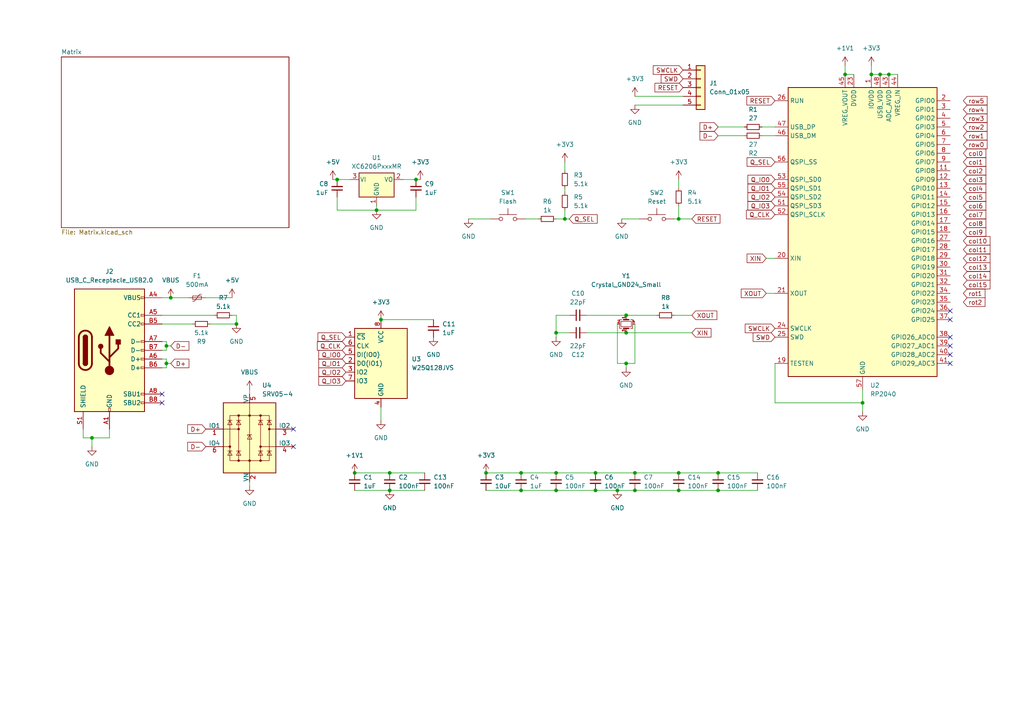
<source format=kicad_sch>
(kicad_sch (version 20230121) (generator eeschema)
  (paper "A4")
  (lib_symbols
    (symbol "Connector:USB_C_Receptacle_USB2.0" (pin_names (offset 1.016))
      (property "Reference" "J" (at -10.16 19.05 0))
      (property "Value" "USB_C_Receptacle_USB2.0" (at 19.05 19.05 0))
      (symbol "USB_C_Receptacle_USB2.0_0_0"
        (rectangle (start -0.254 -17.78) (end 0.254 -16.764))
        (rectangle (start 10.16 -14.986) (end 9.144 -15.494))
        (rectangle (start 10.16 -12.446) (end 9.144 -12.954))
        (rectangle (start 10.16 -4.826) (end 9.144 -5.334))
        (rectangle (start 10.16 -2.286) (end 9.144 -2.794))
        (rectangle (start 10.16 0.254) (end 9.144 -0.254))
        (rectangle (start 10.16 2.794) (end 9.144 2.286))
        (rectangle (start 10.16 7.874) (end 9.144 7.366))
        (rectangle (start 10.16 10.414) (end 9.144 9.906))
        (rectangle (start 10.16 15.494) (end 9.144 14.986))
      )
      (symbol "USB_C_Receptacle_USB2.0_0_1"
        (rectangle (start -10.16 17.78) (end 10.16 -17.78) (stroke (width 0.254)) (fill (type background)))
        (arc (start -8.89 -3.81) (mid -6.985 -5.7067) (end -5.08 -3.81) (stroke (width 0.508)))
        (arc (start -7.62 -3.81) (mid -6.985 -4.4423) (end -6.35 -3.81) (stroke (width 0.254)))
        (arc (start -7.62 -3.81) (mid -6.985 -4.4423) (end -6.35 -3.81) (stroke (width 0.254)) (fill (type outline)))
        (rectangle (start -7.62 -3.81) (end -6.35 3.81) (stroke (width 0.254)) (fill (type outline)))
        (arc (start -6.35 3.81) (mid -6.985 4.4423) (end -7.62 3.81) (stroke (width 0.254)))
        (arc (start -6.35 3.81) (mid -6.985 4.4423) (end -7.62 3.81) (stroke (width 0.254)) (fill (type outline)))
        (arc (start -5.08 3.81) (mid -6.985 5.7067) (end -8.89 3.81) (stroke (width 0.508)))
        (circle (center -2.54 1.143) (radius 0.635) (stroke (width 0.254)) (fill (type outline)))
        (circle (center 0 -5.842) (radius 1.27) (fill (type outline)))
        (polyline (pts (xy -8.89 -3.81) (xy -8.89 3.81)) (stroke (width 0.508)))
        (polyline (pts (xy -5.08 3.81) (xy -5.08 -3.81)) (stroke (width 0.508)))
        (polyline (pts (xy 0 -5.842) (xy 0 4.318)) (stroke (width 0.508)))
        (polyline (pts (xy 0 -3.302) (xy -2.54 -0.762) (xy -2.54 0.508)) (stroke (width 0.508)))
        (polyline (pts (xy 0 -2.032) (xy 2.54 0.508) (xy 2.54 1.778)) (stroke (width 0.508)))
        (polyline (pts (xy -1.27 4.318) (xy 0 6.858) (xy 1.27 4.318) (xy -1.27 4.318)) (stroke (width 0.254)) (fill (type outline)))
        (rectangle (start 1.905 1.778) (end 3.175 3.048) (stroke (width 0.254)) (fill (type outline)))
      )
      (symbol "USB_C_Receptacle_USB2.0_1_1"
        (pin passive line (at 0 -22.86 90) (length 5.08) (name "GND") (number "A1"))
        (pin passive line (at 0 -22.86 90) (length 5.08) hide (name "GND") (number "A12"))
        (pin passive line (at 15.24 15.24 180) (length 5.08) (name "VBUS") (number "A4"))
        (pin bidirectional line (at 15.24 10.16 180) (length 5.08) (name "CC1") (number "A5"))
        (pin bidirectional line (at 15.24 -2.54 180) (length 5.08) (name "D+") (number "A6"))
        (pin bidirectional line (at 15.24 2.54 180) (length 5.08) (name "D-") (number "A7"))
        (pin bidirectional line (at 15.24 -12.7 180) (length 5.08) (name "SBU1") (number "A8"))
        (pin passive line (at 15.24 15.24 180) (length 5.08) hide (name "VBUS") (number "A9"))
        (pin passive line (at 0 -22.86 90) (length 5.08) hide (name "GND") (number "B1"))
        (pin passive line (at 0 -22.86 90) (length 5.08) hide (name "GND") (number "B12"))
        (pin passive line (at 15.24 15.24 180) (length 5.08) hide (name "VBUS") (number "B4"))
        (pin bidirectional line (at 15.24 7.62 180) (length 5.08) (name "CC2") (number "B5"))
        (pin bidirectional line (at 15.24 -5.08 180) (length 5.08) (name "D+") (number "B6"))
        (pin bidirectional line (at 15.24 0 180) (length 5.08) (name "D-") (number "B7"))
        (pin bidirectional line (at 15.24 -15.24 180) (length 5.08) (name "SBU2") (number "B8"))
        (pin passive line (at 15.24 15.24 180) (length 5.08) hide (name "VBUS") (number "B9"))
        (pin passive line (at -7.62 -22.86 90) (length 5.08) (name "SHIELD") (number "S1"))
      )
    )
    (symbol "Connector_Generic:Conn_01x05" (pin_names (offset 1.016) hide)
      (property "Reference" "J" (at 0 7.62 0))
      (property "Value" "Conn_01x05" (at 0 -7.62 0))
      (symbol "Conn_01x05_1_1"
        (rectangle (start -1.27 -4.953) (end 0 -5.207) (stroke (width 0.1524)))
        (rectangle (start -1.27 -2.413) (end 0 -2.667) (stroke (width 0.1524)))
        (rectangle (start -1.27 0.127) (end 0 -0.127) (stroke (width 0.1524)))
        (rectangle (start -1.27 2.667) (end 0 2.413) (stroke (width 0.1524)))
        (rectangle (start -1.27 5.207) (end 0 4.953) (stroke (width 0.1524)))
        (rectangle (start -1.27 6.35) (end 1.27 -6.35) (stroke (width 0.254)) (fill (type background)))
        (pin passive line (at -5.08 5.08 0) (length 3.81) (name "Pin_1") (number "1"))
        (pin passive line (at -5.08 2.54 0) (length 3.81) (name "Pin_2") (number "2"))
        (pin passive line (at -5.08 0 0) (length 3.81) (name "Pin_3") (number "3"))
        (pin passive line (at -5.08 -2.54 0) (length 3.81) (name "Pin_4") (number "4"))
        (pin passive line (at -5.08 -5.08 0) (length 3.81) (name "Pin_5") (number "5"))
      )
    )
    (symbol "Device:C_Small" (pin_numbers hide) (pin_names (offset 0.254) hide)
      (property "Reference" "C" (at 0.254 1.778 0))
      (property "Value" "C_Small" (at 0.254 -2.032 0))
      (symbol "C_Small_0_1"
        (polyline (pts (xy -1.524 -0.508) (xy 1.524 -0.508)) (stroke (width 0.3302)))
        (polyline (pts (xy -1.524 0.508) (xy 1.524 0.508)) (stroke (width 0.3048)))
      )
      (symbol "C_Small_1_1"
        (pin passive line (at 0 2.54 270) (length 2.032) (name "~") (number "1"))
        (pin passive line (at 0 -2.54 90) (length 2.032) (name "~") (number "2"))
      )
    )
    (symbol "Device:Crystal_GND24_Small" (pin_names (offset 1.016) hide)
      (property "Reference" "Y" (at 1.27 4.445 0))
      (property "Value" "Crystal_GND24_Small" (at 1.27 2.54 0))
      (symbol "Crystal_GND24_Small_0_1"
        (rectangle (start -0.762 -1.524) (end 0.762 1.524))
        (polyline (pts (xy -1.27 -0.762) (xy -1.27 0.762)) (stroke (width 0.381)))
        (polyline (pts (xy 1.27 -0.762) (xy 1.27 0.762)) (stroke (width 0.381)))
        (polyline (pts (xy -1.27 -1.27) (xy -1.27 -1.905) (xy 1.27 -1.905) (xy 1.27 -1.27)))
        (polyline (pts (xy -1.27 1.27) (xy -1.27 1.905) (xy 1.27 1.905) (xy 1.27 1.27)))
      )
      (symbol "Crystal_GND24_Small_1_1"
        (pin passive line (at -2.54 0 0) (length 1.27) (name "1") (number "1"))
        (pin passive line (at 0 -2.54 90) (length 0.635) (name "2") (number "2"))
        (pin passive line (at 2.54 0 180) (length 1.27) (name "3") (number "3"))
        (pin passive line (at 0 2.54 270) (length 0.635) (name "4") (number "4"))
      )
    )
    (symbol "Device:Polyfuse_Small" (pin_numbers hide) (pin_names (offset 0))
      (property "Reference" "F" (at -1.905 0 90))
      (property "Value" "Polyfuse_Small" (at 1.905 0 90))
      (symbol "Polyfuse_Small_0_1"
        (rectangle (start -0.508 1.27) (end 0.508 -1.27))
        (polyline (pts (xy 0 2.54) (xy 0 -2.54)))
        (polyline (pts (xy -1.016 1.27) (xy -1.016 0.762) (xy 1.016 -0.762) (xy 1.016 -1.27)))
      )
      (symbol "Polyfuse_Small_1_1"
        (pin passive line (at 0 2.54 270) (length 0.635) (name "~") (number "1"))
        (pin passive line (at 0 -2.54 90) (length 0.635) (name "~") (number "2"))
      )
    )
    (symbol "Device:R_Small" (pin_numbers hide) (pin_names (offset 0.254) hide)
      (property "Reference" "R" (at 0.762 0.508 0))
      (property "Value" "R_Small" (at 0.762 -1.016 0))
      (symbol "R_Small_0_1"
        (rectangle (start -0.762 1.778) (end 0.762 -1.778) (stroke (width 0.2032)))
      )
      (symbol "R_Small_1_1"
        (pin passive line (at 0 2.54 270) (length 0.762) (name "~") (number "1"))
        (pin passive line (at 0 -2.54 90) (length 0.762) (name "~") (number "2"))
      )
    )
    (symbol "MCU_RaspberryPi:RP2040"
      (property "Reference" "U" (at 17.78 45.72 0))
      (property "Value" "RP2040" (at 17.78 43.18 0))
      (symbol "RP2040_0_1"
        (rectangle (start -21.59 41.91) (end 21.59 -41.91) (stroke (width 0.254)) (fill (type background)))
      )
      (symbol "RP2040_1_1"
        (pin power_in line (at 2.54 45.72 270) (length 3.81) (name "IOVDD") (number "1"))
        (pin passive line (at 2.54 45.72 270) (length 3.81) hide (name "IOVDD") (number "10"))
        (pin bidirectional line (at 25.4 17.78 180) (length 3.81) (name "GPIO8") (number "11"))
        (pin bidirectional line (at 25.4 15.24 180) (length 3.81) (name "GPIO9") (number "12"))
        (pin bidirectional line (at 25.4 12.7 180) (length 3.81) (name "GPIO10") (number "13"))
        (pin bidirectional line (at 25.4 10.16 180) (length 3.81) (name "GPIO11") (number "14"))
        (pin bidirectional line (at 25.4 7.62 180) (length 3.81) (name "GPIO12") (number "15"))
        (pin bidirectional line (at 25.4 5.08 180) (length 3.81) (name "GPIO13") (number "16"))
        (pin bidirectional line (at 25.4 2.54 180) (length 3.81) (name "GPIO14") (number "17"))
        (pin bidirectional line (at 25.4 0 180) (length 3.81) (name "GPIO15") (number "18"))
        (pin input line (at -25.4 -38.1 0) (length 3.81) (name "TESTEN") (number "19"))
        (pin bidirectional line (at 25.4 38.1 180) (length 3.81) (name "GPIO0") (number "2"))
        (pin input line (at -25.4 -7.62 0) (length 3.81) (name "XIN") (number "20"))
        (pin passive line (at -25.4 -17.78 0) (length 3.81) (name "XOUT") (number "21"))
        (pin passive line (at 2.54 45.72 270) (length 3.81) hide (name "IOVDD") (number "22"))
        (pin power_in line (at -2.54 45.72 270) (length 3.81) (name "DVDD") (number "23"))
        (pin input line (at -25.4 -27.94 0) (length 3.81) (name "SWCLK") (number "24"))
        (pin bidirectional line (at -25.4 -30.48 0) (length 3.81) (name "SWD") (number "25"))
        (pin input line (at -25.4 38.1 0) (length 3.81) (name "RUN") (number "26"))
        (pin bidirectional line (at 25.4 -2.54 180) (length 3.81) (name "GPIO16") (number "27"))
        (pin bidirectional line (at 25.4 -5.08 180) (length 3.81) (name "GPIO17") (number "28"))
        (pin bidirectional line (at 25.4 -7.62 180) (length 3.81) (name "GPIO18") (number "29"))
        (pin bidirectional line (at 25.4 35.56 180) (length 3.81) (name "GPIO1") (number "3"))
        (pin bidirectional line (at 25.4 -10.16 180) (length 3.81) (name "GPIO19") (number "30"))
        (pin bidirectional line (at 25.4 -12.7 180) (length 3.81) (name "GPIO20") (number "31"))
        (pin bidirectional line (at 25.4 -15.24 180) (length 3.81) (name "GPIO21") (number "32"))
        (pin passive line (at 2.54 45.72 270) (length 3.81) hide (name "IOVDD") (number "33"))
        (pin bidirectional line (at 25.4 -17.78 180) (length 3.81) (name "GPIO22") (number "34"))
        (pin bidirectional line (at 25.4 -20.32 180) (length 3.81) (name "GPIO23") (number "35"))
        (pin bidirectional line (at 25.4 -22.86 180) (length 3.81) (name "GPIO24") (number "36"))
        (pin bidirectional line (at 25.4 -25.4 180) (length 3.81) (name "GPIO25") (number "37"))
        (pin bidirectional line (at 25.4 -30.48 180) (length 3.81) (name "GPIO26_ADC0") (number "38"))
        (pin bidirectional line (at 25.4 -33.02 180) (length 3.81) (name "GPIO27_ADC1") (number "39"))
        (pin bidirectional line (at 25.4 33.02 180) (length 3.81) (name "GPIO2") (number "4"))
        (pin bidirectional line (at 25.4 -35.56 180) (length 3.81) (name "GPIO28_ADC2") (number "40"))
        (pin bidirectional line (at 25.4 -38.1 180) (length 3.81) (name "GPIO29_ADC3") (number "41"))
        (pin passive line (at 2.54 45.72 270) (length 3.81) hide (name "IOVDD") (number "42"))
        (pin power_in line (at 7.62 45.72 270) (length 3.81) (name "ADC_AVDD") (number "43"))
        (pin power_in line (at 10.16 45.72 270) (length 3.81) (name "VREG_IN") (number "44"))
        (pin power_out line (at -5.08 45.72 270) (length 3.81) (name "VREG_VOUT") (number "45"))
        (pin bidirectional line (at -25.4 27.94 0) (length 3.81) (name "USB_DM") (number "46"))
        (pin bidirectional line (at -25.4 30.48 0) (length 3.81) (name "USB_DP") (number "47"))
        (pin power_in line (at 5.08 45.72 270) (length 3.81) (name "USB_VDD") (number "48"))
        (pin passive line (at 2.54 45.72 270) (length 3.81) hide (name "IOVDD") (number "49"))
        (pin bidirectional line (at 25.4 30.48 180) (length 3.81) (name "GPIO3") (number "5"))
        (pin passive line (at -2.54 45.72 270) (length 3.81) hide (name "DVDD") (number "50"))
        (pin bidirectional line (at -25.4 7.62 0) (length 3.81) (name "QSPI_SD3") (number "51"))
        (pin output line (at -25.4 5.08 0) (length 3.81) (name "QSPI_SCLK") (number "52"))
        (pin bidirectional line (at -25.4 15.24 0) (length 3.81) (name "QSPI_SD0") (number "53"))
        (pin bidirectional line (at -25.4 10.16 0) (length 3.81) (name "QSPI_SD2") (number "54"))
        (pin bidirectional line (at -25.4 12.7 0) (length 3.81) (name "QSPI_SD1") (number "55"))
        (pin bidirectional line (at -25.4 20.32 0) (length 3.81) (name "QSPI_SS") (number "56"))
        (pin power_in line (at 0 -45.72 90) (length 3.81) (name "GND") (number "57"))
        (pin bidirectional line (at 25.4 27.94 180) (length 3.81) (name "GPIO4") (number "6"))
        (pin bidirectional line (at 25.4 25.4 180) (length 3.81) (name "GPIO5") (number "7"))
        (pin bidirectional line (at 25.4 22.86 180) (length 3.81) (name "GPIO6") (number "8"))
        (pin bidirectional line (at 25.4 20.32 180) (length 3.81) (name "GPIO7") (number "9"))
      )
    )
    (symbol "Memory_Flash:W25Q128JVS"
      (property "Reference" "U" (at -8.89 8.89 0))
      (property "Value" "W25Q128JVS" (at 7.62 8.89 0))
      (symbol "W25Q128JVS_0_1"
        (rectangle (start -7.62 10.16) (end 7.62 -10.16) (stroke (width 0.254)) (fill (type background)))
      )
      (symbol "W25Q128JVS_1_1"
        (pin input line (at -10.16 7.62 0) (length 2.54) (name "~{CS}") (number "1"))
        (pin bidirectional line (at -10.16 0 0) (length 2.54) (name "DO(IO1)") (number "2"))
        (pin bidirectional line (at -10.16 -2.54 0) (length 2.54) (name "IO2") (number "3"))
        (pin power_in line (at 0 -12.7 90) (length 2.54) (name "GND") (number "4"))
        (pin bidirectional line (at -10.16 2.54 0) (length 2.54) (name "DI(IO0)") (number "5"))
        (pin input line (at -10.16 5.08 0) (length 2.54) (name "CLK") (number "6"))
        (pin bidirectional line (at -10.16 -5.08 0) (length 2.54) (name "IO3") (number "7"))
        (pin power_in line (at 0 12.7 270) (length 2.54) (name "VCC") (number "8"))
      )
    )
    (symbol "PCM_marbastlib-various:SRV05-4" (pin_names (offset 0))
      (property "Reference" "U" (at -5.08 11.43 0))
      (property "Value" "SRV05-4" (at 2.54 11.43 0))
      (symbol "SRV05-4_0_0"
        (rectangle (start -5.715 6.477) (end 5.715 -6.604))
        (polyline (pts (xy -3.175 -6.604) (xy -3.175 6.477)))
        (polyline (pts (xy 3.175 6.477) (xy 3.175 -6.604)))
      )
      (symbol "SRV05-4_0_1"
        (rectangle (start -7.62 10.16) (end 7.62 -10.16) (stroke (width 0.254)) (fill (type background)))
        (circle (center -5.715 -2.54) (radius 0.2794) (fill (type outline)))
        (circle (center -3.175 -6.604) (radius 0.2794) (fill (type outline)))
        (circle (center -3.175 2.54) (radius 0.2794) (fill (type outline)))
        (circle (center -3.175 6.477) (radius 0.2794) (fill (type outline)))
        (circle (center 0 -6.604) (radius 0.2794) (fill (type outline)))
        (polyline (pts (xy -7.747 2.54) (xy -3.175 2.54)))
        (polyline (pts (xy -7.62 -2.54) (xy -5.715 -2.54)))
        (polyline (pts (xy -5.08 -3.81) (xy -6.35 -3.81)))
        (polyline (pts (xy -5.08 5.08) (xy -6.35 5.08)))
        (polyline (pts (xy -2.54 -3.81) (xy -3.81 -3.81)))
        (polyline (pts (xy -2.54 5.08) (xy -3.81 5.08)))
        (polyline (pts (xy 0 10.16) (xy 0 -10.16)))
        (polyline (pts (xy 3.81 -3.81) (xy 2.54 -3.81)))
        (polyline (pts (xy 3.81 5.08) (xy 2.54 5.08)))
        (polyline (pts (xy 6.35 -3.81) (xy 5.08 -3.81)))
        (polyline (pts (xy 6.35 5.08) (xy 5.08 5.08)))
        (polyline (pts (xy 7.62 -2.54) (xy 3.175 -2.54)))
        (polyline (pts (xy 7.62 2.54) (xy 5.715 2.54)))
        (polyline (pts (xy 0.635 0.889) (xy -0.635 0.889) (xy -0.635 0.635)))
        (polyline (pts (xy -5.08 -5.08) (xy -6.35 -5.08) (xy -5.715 -3.81) (xy -5.08 -5.08)))
        (polyline (pts (xy -5.08 3.81) (xy -6.35 3.81) (xy -5.715 5.08) (xy -5.08 3.81)))
        (polyline (pts (xy -2.54 -5.08) (xy -3.81 -5.08) (xy -3.175 -3.81) (xy -2.54 -5.08)))
        (polyline (pts (xy -2.54 3.81) (xy -3.81 3.81) (xy -3.175 5.08) (xy -2.54 3.81)))
        (polyline (pts (xy 0.635 -0.381) (xy -0.635 -0.381) (xy 0 0.889) (xy 0.635 -0.381)))
        (polyline (pts (xy 3.81 -5.08) (xy 2.54 -5.08) (xy 3.175 -3.81) (xy 3.81 -5.08)))
        (polyline (pts (xy 3.81 3.81) (xy 2.54 3.81) (xy 3.175 5.08) (xy 3.81 3.81)))
        (polyline (pts (xy 6.35 -5.08) (xy 5.08 -5.08) (xy 5.715 -3.81) (xy 6.35 -5.08)))
        (polyline (pts (xy 6.35 3.81) (xy 5.08 3.81) (xy 5.715 5.08) (xy 6.35 3.81)))
        (circle (center 0 6.477) (radius 0.2794) (fill (type outline)))
        (circle (center 3.175 -6.604) (radius 0.2794) (fill (type outline)))
        (circle (center 3.175 -2.54) (radius 0.2794) (fill (type outline)))
        (circle (center 3.175 6.477) (radius 0.2794) (fill (type outline)))
        (circle (center 5.715 2.54) (radius 0.2794) (fill (type outline)))
      )
      (symbol "SRV05-4_1_1"
        (pin passive line (at -12.7 2.54 0) (length 5.08) (name "IO1") (number "1"))
        (pin passive line (at 0 -12.7 90) (length 2.54) (name "VN") (number "2"))
        (pin passive line (at 12.7 2.54 180) (length 5.08) (name "IO2") (number "3"))
        (pin passive line (at 12.7 -2.54 180) (length 5.08) (name "IO3") (number "4"))
        (pin passive line (at 0 12.7 270) (length 2.54) (name "VP") (number "5"))
        (pin passive line (at -12.7 -2.54 0) (length 5.08) (name "IO4") (number "6"))
      )
    )
    (symbol "Regulator_Linear:XC6206PxxxMR" (pin_names (offset 0.254))
      (property "Reference" "U" (at -3.81 3.175 0))
      (property "Value" "XC6206PxxxMR" (at 0 3.175 0))
      (symbol "XC6206PxxxMR_0_1"
        (rectangle (start -5.08 1.905) (end 5.08 -5.08) (stroke (width 0.254)) (fill (type background)))
      )
      (symbol "XC6206PxxxMR_1_1"
        (pin power_in line (at 0 -7.62 90) (length 2.54) (name "GND") (number "1"))
        (pin power_out line (at 7.62 0 180) (length 2.54) (name "VO") (number "2"))
        (pin power_in line (at -7.62 0 0) (length 2.54) (name "VI") (number "3"))
      )
    )
    (symbol "Switch:SW_Push" (pin_numbers hide) (pin_names (offset 1.016) hide)
      (property "Reference" "SW" (at 1.27 2.54 0))
      (property "Value" "SW_Push" (at 0 -1.524 0))
      (symbol "SW_Push_0_1"
        (circle (center -2.032 0) (radius 0.508))
        (polyline (pts (xy 0 1.27) (xy 0 3.048)))
        (polyline (pts (xy 2.54 1.27) (xy -2.54 1.27)))
        (circle (center 2.032 0) (radius 0.508))
        (pin passive line (at -5.08 0 0) (length 2.54) (name "1") (number "1"))
        (pin passive line (at 5.08 0 180) (length 2.54) (name "2") (number "2"))
      )
    )
    (symbol "power:+1V1" (power) (pin_names (offset 0))
      (property "Value" "+1V1" (at 0 3.556 0))
      (symbol "+1V1_0_1"
        (polyline (pts (xy -0.762 1.27) (xy 0 2.54)))
        (polyline (pts (xy 0 0) (xy 0 2.54)))
        (polyline (pts (xy 0 2.54) (xy 0.762 1.27)))
      )
      (symbol "+1V1_1_1"
        (pin power_in line (at 0 0 90) (length 0) hide (name "+1V1") (number "1"))
      )
    )
    (symbol "power:+3V3" (power) (pin_names (offset 0))
      (property "Value" "+3V3" (at 0 3.556 0))
      (symbol "+3V3_0_1"
        (polyline (pts (xy -0.762 1.27) (xy 0 2.54)))
        (polyline (pts (xy 0 0) (xy 0 2.54)))
        (polyline (pts (xy 0 2.54) (xy 0.762 1.27)))
      )
      (symbol "+3V3_1_1"
        (pin power_in line (at 0 0 90) (length 0) hide (name "+3V3") (number "1"))
      )
    )
    (symbol "power:+5V" (power) (pin_names (offset 0))
      (property "Value" "+5V" (at 0 3.556 0))
      (symbol "+5V_0_1"
        (polyline (pts (xy -0.762 1.27) (xy 0 2.54)))
        (polyline (pts (xy 0 0) (xy 0 2.54)))
        (polyline (pts (xy 0 2.54) (xy 0.762 1.27)))
      )
      (symbol "+5V_1_1"
        (pin power_in line (at 0 0 90) (length 0) hide (name "+5V") (number "1"))
      )
    )
    (symbol "power:GND" (power) (pin_names (offset 0))
      (property "Value" "GND" (at 0 -3.81 0))
      (symbol "GND_0_1"
        (polyline (pts (xy 0 0) (xy 0 -1.27) (xy 1.27 -1.27) (xy 0 -2.54) (xy -1.27 -1.27) (xy 0 -1.27)))
      )
      (symbol "GND_1_1"
        (pin power_in line (at 0 0 270) (length 0) hide (name "GND") (number "1"))
      )
    )
    (symbol "power:VBUS" (power) (pin_names (offset 0))
      (property "Value" "VBUS" (at 0 3.81 0))
      (symbol "VBUS_0_1"
        (polyline (pts (xy -0.762 1.27) (xy 0 2.54)))
        (polyline (pts (xy 0 0) (xy 0 2.54)))
        (polyline (pts (xy 0 2.54) (xy 0.762 1.27)))
      )
      (symbol "VBUS_1_1"
        (pin power_in line (at 0 0 90) (length 0) hide (name "VBUS") (number "1"))
      )
    )
  )
  (junction (at 161.29 96.52))
  (junction (at 172.72 137.16))
  (junction (at 181.61 96.52))
  (junction (at 196.85 137.16))
  (junction (at 196.85 63.5))
  (junction (at 110.49 92.71))
  (junction (at 120.65 52.07))
  (junction (at 255.27 21.59))
  (junction (at 163.83 63.5))
  (junction (at 97.79 52.07))
  (junction (at 252.73 21.59))
  (junction (at 196.85 142.24))
  (junction (at 68.58 93.98))
  (junction (at 48.26 105.41))
  (junction (at 140.97 137.16))
  (junction (at 48.26 100.33))
  (junction (at 181.61 105.41))
  (junction (at 161.29 142.24))
  (junction (at 250.19 116.84))
  (junction (at 102.87 137.16))
  (junction (at 49.53 86.36))
  (junction (at 245.11 21.59))
  (junction (at 113.03 137.16))
  (junction (at 26.67 127))
  (junction (at 184.15 142.24))
  (junction (at 151.13 137.16))
  (junction (at 113.03 142.24))
  (junction (at 161.29 137.16))
  (junction (at 257.81 21.59))
  (junction (at 151.13 142.24))
  (junction (at 181.61 91.44))
  (junction (at 172.72 142.24))
  (junction (at 179.07 142.24))
  (junction (at 109.22 60.96))
  (junction (at 208.28 142.24))
  (junction (at 208.28 137.16))
  (junction (at 184.15 137.16))
  (no_connect (at 46.99 114.3))
  (no_connect (at 85.09 124.46))
  (no_connect (at 275.59 97.79))
  (no_connect (at 85.09 129.54))
  (no_connect (at 275.59 102.87))
  (no_connect (at 275.59 92.71))
  (no_connect (at 275.59 100.33))
  (no_connect (at 275.59 105.41))
  (no_connect (at 46.99 116.84))
  (no_connect (at 275.59 90.17))
  (wire (pts (xy 172.72 137.16) (xy 184.15 137.16)))
  (wire (pts (xy 68.58 91.44) (xy 68.58 93.98)))
  (wire (pts (xy 208.28 142.24) (xy 219.71 142.24)))
  (wire (pts (xy 220.98 36.83) (xy 224.79 36.83)))
  (wire (pts (xy 24.13 124.46) (xy 24.13 127)))
  (wire (pts (xy 102.87 137.16) (xy 113.03 137.16)))
  (wire (pts (xy 59.69 86.36) (xy 67.31 86.36)))
  (wire (pts (xy 140.97 137.16) (xy 151.13 137.16)))
  (wire (pts (xy 181.61 105.41) (xy 181.61 106.68)))
  (wire (pts (xy 48.26 104.14) (xy 48.26 105.41)))
  (wire (pts (xy 181.61 91.44) (xy 190.5 91.44)))
  (wire (pts (xy 196.85 63.5) (xy 200.66 63.5)))
  (wire (pts (xy 152.4 63.5) (xy 156.21 63.5)))
  (wire (pts (xy 170.18 96.52) (xy 181.61 96.52)))
  (wire (pts (xy 140.97 142.24) (xy 151.13 142.24)))
  (wire (pts (xy 245.11 21.59) (xy 247.65 21.59)))
  (wire (pts (xy 161.29 63.5) (xy 163.83 63.5)))
  (wire (pts (xy 151.13 137.16) (xy 161.29 137.16)))
  (wire (pts (xy 252.73 21.59) (xy 255.27 21.59)))
  (wire (pts (xy 110.49 92.71) (xy 125.73 92.71)))
  (wire (pts (xy 116.84 52.07) (xy 120.65 52.07)))
  (wire (pts (xy 113.03 142.24) (xy 123.19 142.24)))
  (wire (pts (xy 60.96 93.98) (xy 68.58 93.98)))
  (wire (pts (xy 151.13 142.24) (xy 161.29 142.24)))
  (wire (pts (xy 46.99 101.6) (xy 48.26 101.6)))
  (wire (pts (xy 208.28 39.37) (xy 215.9 39.37)))
  (wire (pts (xy 195.58 91.44) (xy 200.66 91.44)))
  (wire (pts (xy 163.83 63.5) (xy 165.1 63.5)))
  (wire (pts (xy 208.28 137.16) (xy 219.71 137.16)))
  (wire (pts (xy 161.29 91.44) (xy 165.1 91.44)))
  (wire (pts (xy 181.61 96.52) (xy 200.66 96.52)))
  (wire (pts (xy 72.39 140.97) (xy 72.39 139.7)))
  (wire (pts (xy 184.15 142.24) (xy 196.85 142.24)))
  (wire (pts (xy 222.25 74.93) (xy 224.79 74.93)))
  (wire (pts (xy 109.22 60.96) (xy 109.22 59.69)))
  (wire (pts (xy 196.85 52.07) (xy 196.85 54.61)))
  (wire (pts (xy 48.26 105.41) (xy 48.26 106.68)))
  (wire (pts (xy 252.73 19.05) (xy 252.73 21.59)))
  (wire (pts (xy 196.85 142.24) (xy 208.28 142.24)))
  (wire (pts (xy 46.99 86.36) (xy 49.53 86.36)))
  (wire (pts (xy 184.15 30.48) (xy 198.12 30.48)))
  (wire (pts (xy 110.49 121.92) (xy 110.49 118.11)))
  (wire (pts (xy 48.26 100.33) (xy 48.26 101.6)))
  (wire (pts (xy 102.87 142.24) (xy 113.03 142.24)))
  (wire (pts (xy 97.79 57.15) (xy 97.79 60.96)))
  (wire (pts (xy 163.83 46.99) (xy 163.83 49.53)))
  (wire (pts (xy 31.75 127) (xy 31.75 124.46)))
  (wire (pts (xy 72.39 113.03) (xy 72.39 114.3)))
  (wire (pts (xy 120.65 52.07) (xy 121.92 52.07)))
  (wire (pts (xy 180.34 63.5) (xy 185.42 63.5)))
  (wire (pts (xy 250.19 116.84) (xy 250.19 113.03)))
  (wire (pts (xy 113.03 137.16) (xy 123.19 137.16)))
  (wire (pts (xy 255.27 21.59) (xy 257.81 21.59)))
  (wire (pts (xy 96.52 52.07) (xy 97.79 52.07)))
  (wire (pts (xy 97.79 60.96) (xy 109.22 60.96)))
  (wire (pts (xy 68.58 91.44) (xy 67.31 91.44)))
  (wire (pts (xy 245.11 19.05) (xy 245.11 21.59)))
  (wire (pts (xy 26.67 127) (xy 26.67 129.54)))
  (wire (pts (xy 135.89 63.5) (xy 142.24 63.5)))
  (wire (pts (xy 224.79 116.84) (xy 250.19 116.84)))
  (wire (pts (xy 163.83 54.61) (xy 163.83 55.88)))
  (wire (pts (xy 220.98 39.37) (xy 224.79 39.37)))
  (wire (pts (xy 46.99 106.68) (xy 48.26 106.68)))
  (wire (pts (xy 184.15 137.16) (xy 196.85 137.16)))
  (wire (pts (xy 48.26 99.06) (xy 48.26 100.33)))
  (wire (pts (xy 97.79 52.07) (xy 101.6 52.07)))
  (wire (pts (xy 250.19 119.38) (xy 250.19 116.84)))
  (wire (pts (xy 46.99 104.14) (xy 48.26 104.14)))
  (wire (pts (xy 49.53 86.36) (xy 54.61 86.36)))
  (wire (pts (xy 179.07 105.41) (xy 181.61 105.41)))
  (wire (pts (xy 196.85 59.69) (xy 196.85 63.5)))
  (wire (pts (xy 165.1 96.52) (xy 161.29 96.52)))
  (wire (pts (xy 172.72 142.24) (xy 179.07 142.24)))
  (wire (pts (xy 120.65 60.96) (xy 120.65 57.15)))
  (wire (pts (xy 46.99 93.98) (xy 55.88 93.98)))
  (wire (pts (xy 208.28 36.83) (xy 215.9 36.83)))
  (wire (pts (xy 163.83 60.96) (xy 163.83 63.5)))
  (wire (pts (xy 161.29 137.16) (xy 172.72 137.16)))
  (wire (pts (xy 48.26 100.33) (xy 49.53 100.33)))
  (wire (pts (xy 48.26 105.41) (xy 49.53 105.41)))
  (wire (pts (xy 179.07 93.98) (xy 179.07 105.41)))
  (wire (pts (xy 26.67 127) (xy 31.75 127)))
  (wire (pts (xy 224.79 105.41) (xy 224.79 116.84)))
  (wire (pts (xy 184.15 93.98) (xy 184.15 105.41)))
  (wire (pts (xy 109.22 60.96) (xy 120.65 60.96)))
  (wire (pts (xy 222.25 85.09) (xy 224.79 85.09)))
  (wire (pts (xy 184.15 27.94) (xy 198.12 27.94)))
  (wire (pts (xy 257.81 21.59) (xy 260.35 21.59)))
  (wire (pts (xy 196.85 63.5) (xy 195.58 63.5)))
  (wire (pts (xy 196.85 137.16) (xy 208.28 137.16)))
  (wire (pts (xy 181.61 105.41) (xy 184.15 105.41)))
  (wire (pts (xy 46.99 91.44) (xy 62.23 91.44)))
  (wire (pts (xy 179.07 142.24) (xy 184.15 142.24)))
  (wire (pts (xy 161.29 96.52) (xy 161.29 91.44)))
  (wire (pts (xy 24.13 127) (xy 26.67 127)))
  (wire (pts (xy 161.29 96.52) (xy 161.29 97.79)))
  (wire (pts (xy 161.29 142.24) (xy 172.72 142.24)))
  (wire (pts (xy 46.99 99.06) (xy 48.26 99.06)))
  (wire (pts (xy 170.18 91.44) (xy 181.61 91.44)))
  (global_label "RESET" (shape input) (at 200.66 63.5 0) (property "Intersheetrefs" "${INTERSHEET_REFS}" (effects hide)))
  (global_label "row1" (shape input) (at 279.4 39.37 0) (property "Intersheetrefs" "${INTERSHEET_REFS}" (effects hide)))
  (global_label "col14" (shape input) (at 279.4 80.01 0) (property "Intersheetrefs" "${INTERSHEET_REFS}" (effects hide)))
  (global_label "D-" (shape input) (at 59.69 129.54 180) (property "Intersheetrefs" "${INTERSHEET_REFS}" (effects hide)))
  (global_label "col2" (shape input) (at 279.4 49.53 0) (property "Intersheetrefs" "${INTERSHEET_REFS}" (effects hide)))
  (global_label "row4" (shape input) (at 279.4 31.75 0) (property "Intersheetrefs" "${INTERSHEET_REFS}" (effects hide)))
  (global_label "D+" (shape input) (at 49.53 105.41 0) (property "Intersheetrefs" "${INTERSHEET_REFS}" (effects hide)))
  (global_label "Q_IO3" (shape input) (at 100.33 110.49 180) (property "Intersheetrefs" "${INTERSHEET_REFS}" (effects hide)))
  (global_label "col9" (shape input) (at 279.4 67.31 0) (property "Intersheetrefs" "${INTERSHEET_REFS}" (effects hide)))
  (global_label "Q_IO2" (shape input) (at 100.33 107.95 180) (property "Intersheetrefs" "${INTERSHEET_REFS}" (effects hide)))
  (global_label "row3" (shape input) (at 279.4 34.29 0) (property "Intersheetrefs" "${INTERSHEET_REFS}" (effects hide)))
  (global_label "XOUT" (shape input) (at 200.66 91.44 0) (property "Intersheetrefs" "${INTERSHEET_REFS}" (effects hide)))
  (global_label "Q_IO3" (shape input) (at 224.79 59.69 180) (property "Intersheetrefs" "${INTERSHEET_REFS}" (effects hide)))
  (global_label "col7" (shape input) (at 279.4 62.23 0) (property "Intersheetrefs" "${INTERSHEET_REFS}" (effects hide)))
  (global_label "SWD" (shape input) (at 224.79 97.79 180) (property "Intersheetrefs" "${INTERSHEET_REFS}" (effects hide)))
  (global_label "col1" (shape input) (at 279.4 46.99 0) (property "Intersheetrefs" "${INTERSHEET_REFS}" (effects hide)))
  (global_label "SWCLK" (shape input) (at 224.79 95.25 180) (property "Intersheetrefs" "${INTERSHEET_REFS}" (effects hide)))
  (global_label "D-" (shape input) (at 208.28 39.37 180) (property "Intersheetrefs" "${INTERSHEET_REFS}" (effects hide)))
  (global_label "col12" (shape input) (at 279.4 74.93 0) (property "Intersheetrefs" "${INTERSHEET_REFS}" (effects hide)))
  (global_label "SWD" (shape input) (at 198.12 22.86 180) (property "Intersheetrefs" "${INTERSHEET_REFS}" (effects hide)))
  (global_label "Q_IO1" (shape input) (at 224.79 54.61 180) (property "Intersheetrefs" "${INTERSHEET_REFS}" (effects hide)))
  (global_label "col15" (shape input) (at 279.4 82.55 0) (property "Intersheetrefs" "${INTERSHEET_REFS}" (effects hide)))
  (global_label "Q_CLK" (shape input) (at 224.79 62.23 180) (property "Intersheetrefs" "${INTERSHEET_REFS}" (effects hide)))
  (global_label "row5" (shape input) (at 279.4 29.21 0) (property "Intersheetrefs" "${INTERSHEET_REFS}" (effects hide)))
  (global_label "col6" (shape input) (at 279.4 59.69 0) (property "Intersheetrefs" "${INTERSHEET_REFS}" (effects hide)))
  (global_label "row0" (shape input) (at 279.4 41.91 0) (property "Intersheetrefs" "${INTERSHEET_REFS}" (effects hide)))
  (global_label "Q_IO0" (shape input) (at 224.79 52.07 180) (property "Intersheetrefs" "${INTERSHEET_REFS}" (effects hide)))
  (global_label "D+" (shape input) (at 208.28 36.83 180) (property "Intersheetrefs" "${INTERSHEET_REFS}" (effects hide)))
  (global_label "XIN" (shape input) (at 222.25 74.93 180) (property "Intersheetrefs" "${INTERSHEET_REFS}" (effects hide)))
  (global_label "rot2" (shape input) (at 279.4 87.63 0) (property "Intersheetrefs" "${INTERSHEET_REFS}" (effects hide)))
  (global_label "Q_SEL" (shape input) (at 224.79 46.99 180) (property "Intersheetrefs" "${INTERSHEET_REFS}" (effects hide)))
  (global_label "SWCLK" (shape input) (at 198.12 20.32 180) (property "Intersheetrefs" "${INTERSHEET_REFS}" (effects hide)))
  (global_label "D-" (shape input) (at 49.53 100.33 0) (property "Intersheetrefs" "${INTERSHEET_REFS}" (effects hide)))
  (global_label "Q_CLK" (shape input) (at 100.33 100.33 180) (property "Intersheetrefs" "${INTERSHEET_REFS}" (effects hide)))
  (global_label "XIN" (shape input) (at 200.66 96.52 0) (property "Intersheetrefs" "${INTERSHEET_REFS}" (effects hide)))
  (global_label "col13" (shape input) (at 279.4 77.47 0) (property "Intersheetrefs" "${INTERSHEET_REFS}" (effects hide)))
  (global_label "Q_SEL" (shape input) (at 165.1 63.5 0) (property "Intersheetrefs" "${INTERSHEET_REFS}" (effects hide)))
  (global_label "rot1" (shape input) (at 279.4 85.09 0) (property "Intersheetrefs" "${INTERSHEET_REFS}" (effects hide)))
  (global_label "row2" (shape input) (at 279.4 36.83 0) (property "Intersheetrefs" "${INTERSHEET_REFS}" (effects hide)))
  (global_label "col4" (shape input) (at 279.4 54.61 0) (property "Intersheetrefs" "${INTERSHEET_REFS}" (effects hide)))
  (global_label "D+" (shape input) (at 59.69 124.46 180) (property "Intersheetrefs" "${INTERSHEET_REFS}" (effects hide)))
  (global_label "col11" (shape input) (at 279.4 72.39 0) (property "Intersheetrefs" "${INTERSHEET_REFS}" (effects hide)))
  (global_label "col10" (shape input) (at 279.4 69.85 0) (property "Intersheetrefs" "${INTERSHEET_REFS}" (effects hide)))
  (global_label "col0" (shape input) (at 279.4 44.45 0) (property "Intersheetrefs" "${INTERSHEET_REFS}" (effects hide)))
  (global_label "Q_SEL" (shape input) (at 100.33 97.79 180) (property "Intersheetrefs" "${INTERSHEET_REFS}" (effects hide)))
  (global_label "XOUT" (shape input) (at 222.25 85.09 180) (property "Intersheetrefs" "${INTERSHEET_REFS}" (effects hide)))
  (global_label "RESET" (shape input) (at 198.12 25.4 180) (property "Intersheetrefs" "${INTERSHEET_REFS}" (effects hide)))
  (global_label "Q_IO1" (shape input) (at 100.33 105.41 180) (property "Intersheetrefs" "${INTERSHEET_REFS}" (effects hide)))
  (global_label "RESET" (shape input) (at 224.79 29.21 180) (property "Intersheetrefs" "${INTERSHEET_REFS}" (effects hide)))
  (global_label "col3" (shape input) (at 279.4 52.07 0) (property "Intersheetrefs" "${INTERSHEET_REFS}" (effects hide)))
  (global_label "Q_IO2" (shape input) (at 224.79 57.15 180) (property "Intersheetrefs" "${INTERSHEET_REFS}" (effects hide)))
  (global_label "Q_IO0" (shape input) (at 100.33 102.87 180) (property "Intersheetrefs" "${INTERSHEET_REFS}" (effects hide)))
  (global_label "col5" (shape input) (at 279.4 57.15 0) (property "Intersheetrefs" "${INTERSHEET_REFS}" (effects hide)))
  (global_label "col8" (shape input) (at 279.4 64.77 0) (property "Intersheetrefs" "${INTERSHEET_REFS}" (effects hide)))
  (symbol (lib_id "Device:R_Small") (at 193.04 91.44 90) (unit 1)
    (property "Reference" "R8" (at 193.04 86.36 90))
    (property "Value" "1k" (at 193.04 88.9 90))
    (property "Footprint" "Resistor_SMD:R_0402_1005Metric" (effects hide))
  )
  (symbol (lib_id "Device:R_Small") (at 163.83 52.07 0) (mirror y) (unit 1)
    (property "Reference" "R3" (at 166.37 50.8 0) (effects (justify right)))
    (property "Value" "5.1k" (at 166.37 53.34 0) (effects (justify right)))
    (property "Footprint" "Resistor_SMD:R_0402_1005Metric" (effects hide))
  )
  (symbol (lib_id "Device:C_Small") (at 102.87 139.7 0) (unit 1)
    (property "Reference" "C1" (at 105.41 138.4363 0) (effects (justify left)))
    (property "Value" "1uF" (at 105.41 140.9763 0) (effects (justify left)))
    (property "Footprint" "Capacitor_SMD:C_0402_1005Metric" (effects hide))
  )
  (symbol (lib_id "Device:C_Small") (at 97.79 54.61 0) (mirror x) (unit 1)
    (property "Reference" "C8" (at 95.25 53.3336 0) (effects (justify right)))
    (property "Value" "1uF" (at 95.25 55.8736 0) (effects (justify right)))
    (property "Footprint" "Capacitor_SMD:C_0402_1005Metric" (effects hide))
  )
  (symbol (lib_id "Device:Polyfuse_Small") (at 57.15 86.36 90) (unit 1)
    (property "Reference" "F1" (at 57.15 80.01 90))
    (property "Value" "500mA" (at 57.15 82.55 90))
    (property "Footprint" "Fuse:Fuse_1206_3216Metric" (effects hide))
  )
  (symbol (lib_id "Device:C_Small") (at 125.73 95.25 0) (unit 1)
    (property "Reference" "C11" (at 128.27 93.9863 0) (effects (justify left)))
    (property "Value" "1uF" (at 128.27 96.5263 0) (effects (justify left)))
    (property "Footprint" "Capacitor_SMD:C_0402_1005Metric" (effects hide))
  )
  (symbol (lib_id "power:GND") (at 68.58 93.98 0) (unit 1)
    (property "Reference" "#PWR019" (effects hide))
    (property "Value" "GND" (at 68.58 99.06 0))
  )
  (symbol (lib_id "power:GND") (at 179.07 142.24 0) (unit 1)
    (property "Reference" "#PWR08" (effects hide))
    (property "Value" "GND" (at 179.07 147.32 0))
  )
  (symbol (lib_id "power:GND") (at 72.39 140.97 0) (unit 1)
    (property "Reference" "#PWR028" (effects hide))
    (property "Value" "GND" (at 72.39 146.05 0))
  )
  (symbol (lib_id "MCU_RaspberryPi:RP2040") (at 250.19 67.31 0) (unit 1)
    (property "Reference" "U2" (at 252.3841 111.76 0) (effects (justify left)))
    (property "Value" "RP2040" (at 252.3841 114.3 0) (effects (justify left)))
    (property "Footprint" "Package_DFN_QFN:QFN-56-1EP_7x7mm_P0.4mm_EP3.2x3.2mm" (effects hide))
    (property "Datasheet" "https://datasheets.raspberrypi.com/rp2040/rp2040-datasheet.pdf" (effects hide))
  )
  (symbol (lib_id "power:+3V3") (at 110.49 92.71 0) (unit 1)
    (property "Reference" "#PWR018" (effects hide))
    (property "Value" "+3V3" (at 110.49 87.63 0))
  )
  (symbol (lib_id "power:+3V3") (at 184.15 27.94 0) (unit 1)
    (property "Reference" "#PWR05" (effects hide))
    (property "Value" "+3V3" (at 184.15 22.86 0))
  )
  (symbol (lib_id "Device:R_Small") (at 58.42 93.98 270) (mirror x) (unit 1)
    (property "Reference" "R9" (at 58.42 99.06 90))
    (property "Value" "5.1k" (at 58.42 96.52 90))
    (property "Footprint" "Resistor_SMD:R_0402_1005Metric" (effects hide))
  )
  (symbol (lib_id "power:GND") (at 181.61 106.68 0) (unit 1)
    (property "Reference" "#PWR022" (effects hide))
    (property "Value" "GND" (at 181.61 111.76 0))
  )
  (symbol (lib_id "power:VBUS") (at 49.53 86.36 0) (unit 1)
    (property "Reference" "#PWR016" (effects hide))
    (property "Value" "VBUS" (at 49.53 81.28 0))
  )
  (symbol (lib_id "power:GND") (at 135.89 63.5 0) (unit 1)
    (property "Reference" "#PWR014" (effects hide))
    (property "Value" "GND" (at 135.89 68.58 0))
  )
  (symbol (lib_id "power:GND") (at 125.73 97.79 0) (unit 1)
    (property "Reference" "#PWR020" (effects hide))
    (property "Value" "GND" (at 125.73 102.87 0))
  )
  (symbol (lib_id "Device:C_Small") (at 151.13 139.7 0) (unit 1)
    (property "Reference" "C4" (at 153.67 138.4363 0) (effects (justify left)))
    (property "Value" "1uF" (at 153.67 140.9763 0) (effects (justify left)))
    (property "Footprint" "Capacitor_SMD:C_0402_1005Metric" (effects hide))
  )
  (symbol (lib_id "Connector:USB_C_Receptacle_USB2.0") (at 31.75 101.6 0) (unit 1)
    (property "Reference" "J2" (at 31.75 78.74 0))
    (property "Value" "USB_C_Receptacle_USB2.0" (at 31.75 81.28 0))
    (property "Footprint" "Connector_USB:USB_C_Receptacle_HRO_TYPE-C-31-M-12" (effects hide))
    (property "Datasheet" "https://www.usb.org/sites/default/files/documents/usb_type-c.zip" (effects hide))
  )
  (symbol (lib_id "Device:C_Small") (at 172.72 139.7 0) (unit 1)
    (property "Reference" "C6" (at 175.26 138.4363 0) (effects (justify left)))
    (property "Value" "100nF" (at 175.26 140.9763 0) (effects (justify left)))
    (property "Footprint" "Capacitor_SMD:C_0402_1005Metric" (effects hide))
  )
  (symbol (lib_id "Device:R_Small") (at 64.77 91.44 90) (unit 1)
    (property "Reference" "R7" (at 64.77 86.36 90))
    (property "Value" "5.1k" (at 64.77 88.9 90))
    (property "Footprint" "Resistor_SMD:R_0402_1005Metric" (effects hide))
  )
  (symbol (lib_id "Regulator_Linear:XC6206PxxxMR") (at 109.22 52.07 0) (unit 1)
    (property "Reference" "U1" (at 109.22 45.72 0))
    (property "Value" "XC6206PxxxMR" (at 109.22 48.26 0))
    (property "Footprint" "Package_TO_SOT_SMD:SOT-23-3" (effects hide))
    (property "Datasheet" "https://www.torexsemi.com/file/xc6206/XC6206.pdf" (effects hide))
  )
  (symbol (lib_id "Switch:SW_Push") (at 147.32 63.5 0) (unit 1)
    (property "Reference" "SW1" (at 147.32 55.88 0))
    (property "Value" "Flash" (at 147.32 58.42 0))
    (property "Footprint" "Button_Switch_SMD:SW_SPST_TL3342" (effects hide))
  )
  (symbol (lib_id "power:VBUS") (at 72.39 113.03 0) (unit 1)
    (property "Reference" "#PWR026" (effects hide))
    (property "Value" "VBUS" (at 72.39 107.95 0))
  )
  (symbol (lib_id "power:GND") (at 113.03 142.24 0) (unit 1)
    (property "Reference" "#PWR07" (effects hide))
    (property "Value" "GND" (at 113.03 147.32 0))
  )
  (symbol (lib_id "power:GND") (at 180.34 63.5 0) (unit 1)
    (property "Reference" "#PWR015" (effects hide))
    (property "Value" "GND" (at 180.34 68.58 0))
  )
  (symbol (lib_id "Device:C_Small") (at 219.71 139.7 0) (unit 1)
    (property "Reference" "C16" (at 222.25 138.4363 0) (effects (justify left)))
    (property "Value" "100nF" (at 222.25 140.9763 0) (effects (justify left)))
    (property "Footprint" "Capacitor_SMD:C_0402_1005Metric" (effects hide))
  )
  (symbol (lib_id "power:GND") (at 110.49 121.92 0) (unit 1)
    (property "Reference" "#PWR024" (effects hide))
    (property "Value" "GND" (at 110.49 127 0))
  )
  (symbol (lib_id "power:+5V") (at 67.31 86.36 0) (unit 1)
    (property "Reference" "#PWR017" (effects hide))
    (property "Value" "+5V" (at 67.31 81.28 0))
  )
  (symbol (lib_id "PCM_marbastlib-various:SRV05-4") (at 72.39 127 0) (unit 1)
    (property "Reference" "U4" (at 76.0161 111.76 0) (effects (justify left)))
    (property "Value" "SRV05-4" (at 76.0161 114.3 0) (effects (justify left)))
    (property "Footprint" "PCM_marbastlib-various:SOT-23-6-routable" (effects hide))
    (property "Datasheet" "http://www.onsemi.com/pub/Collateral/SRV05-4-D.PDF" (effects hide))
  )
  (symbol (lib_id "Device:R_Small") (at 196.85 57.15 0) (mirror y) (unit 1)
    (property "Reference" "R4" (at 199.39 55.88 0) (effects (justify right)))
    (property "Value" "5.1k" (at 199.39 58.42 0) (effects (justify right)))
    (property "Footprint" "Resistor_SMD:R_0402_1005Metric" (effects hide))
  )
  (symbol (lib_id "power:+3V3") (at 163.83 46.99 0) (unit 1)
    (property "Reference" "#PWR09" (effects hide))
    (property "Value" "+3V3" (at 163.83 41.91 0))
  )
  (symbol (lib_id "Device:C_Small") (at 123.19 139.7 0) (unit 1)
    (property "Reference" "C13" (at 125.73 138.4363 0) (effects (justify left)))
    (property "Value" "100nF" (at 125.73 140.9763 0) (effects (justify left)))
    (property "Footprint" "Capacitor_SMD:C_0402_1005Metric" (effects hide))
  )
  (symbol (lib_id "power:+1V1") (at 245.11 19.05 0) (unit 1)
    (property "Reference" "#PWR01" (effects hide))
    (property "Value" "+1V1" (at 245.11 13.97 0))
  )
  (symbol (lib_id "power:GND") (at 184.15 30.48 0) (unit 1)
    (property "Reference" "#PWR06" (effects hide))
    (property "Value" "GND" (at 184.15 35.56 0))
  )
  (symbol (lib_id "power:+3V3") (at 140.97 137.16 0) (unit 1)
    (property "Reference" "#PWR04" (effects hide))
    (property "Value" "+3V3" (at 140.97 132.08 0))
  )
  (symbol (lib_id "Device:C_Small") (at 184.15 139.7 0) (unit 1)
    (property "Reference" "C7" (at 186.69 138.4363 0) (effects (justify left)))
    (property "Value" "100nF" (at 186.69 140.9763 0) (effects (justify left)))
    (property "Footprint" "Capacitor_SMD:C_0402_1005Metric" (effects hide))
  )
  (symbol (lib_id "Device:C_Small") (at 196.85 139.7 0) (unit 1)
    (property "Reference" "C14" (at 199.39 138.4363 0) (effects (justify left)))
    (property "Value" "100nF" (at 199.39 140.9763 0) (effects (justify left)))
    (property "Footprint" "Capacitor_SMD:C_0402_1005Metric" (effects hide))
  )
  (symbol (lib_id "power:GND") (at 161.29 97.79 0) (unit 1)
    (property "Reference" "#PWR021" (effects hide))
    (property "Value" "GND" (at 161.29 102.87 0))
  )
  (symbol (lib_id "power:+3V3") (at 252.73 19.05 0) (unit 1)
    (property "Reference" "#PWR02" (effects hide))
    (property "Value" "+3V3" (at 252.73 13.97 0))
  )
  (symbol (lib_id "Device:Crystal_GND24_Small") (at 181.61 93.98 270) (unit 1)
    (property "Reference" "Y1" (at 181.61 80.01 90))
    (property "Value" "Crystal_GND24_Small" (at 181.61 82.55 90))
    (property "Footprint" "Crystal:Crystal_SMD_3225-4Pin_3.2x2.5mm" (effects hide))
  )
  (symbol (lib_id "power:+1V1") (at 102.87 137.16 0) (unit 1)
    (property "Reference" "#PWR03" (effects hide))
    (property "Value" "+1V1" (at 102.87 132.08 0))
  )
  (symbol (lib_id "Device:R_Small") (at 158.75 63.5 90) (unit 1)
    (property "Reference" "R6" (at 158.75 58.42 90))
    (property "Value" "1k" (at 158.75 60.96 90))
    (property "Footprint" "Resistor_SMD:R_0402_1005Metric" (effects hide))
  )
  (symbol (lib_id "Device:R_Small") (at 218.44 36.83 270) (unit 1)
    (property "Reference" "R1" (at 218.44 31.75 90))
    (property "Value" "27" (at 218.44 34.29 90))
    (property "Footprint" "Resistor_SMD:R_0402_1005Metric" (effects hide))
  )
  (symbol (lib_id "Device:R_Small") (at 163.83 58.42 0) (mirror y) (unit 1)
    (property "Reference" "R5" (at 166.37 57.15 0) (effects (justify right)))
    (property "Value" "5.1k" (at 166.37 59.69 0) (effects (justify right)))
    (property "Footprint" "Resistor_SMD:R_0402_1005Metric" (effects hide))
  )
  (symbol (lib_id "Device:C_Small") (at 140.97 139.7 0) (unit 1)
    (property "Reference" "C3" (at 143.51 138.4363 0) (effects (justify left)))
    (property "Value" "10uF" (at 143.51 140.9763 0) (effects (justify left)))
    (property "Footprint" "Capacitor_SMD:C_0603_1608Metric" (effects hide))
  )
  (symbol (lib_id "Device:R_Small") (at 218.44 39.37 270) (mirror x) (unit 1)
    (property "Reference" "R2" (at 218.44 44.45 90))
    (property "Value" "27" (at 218.44 41.91 90))
    (property "Footprint" "Resistor_SMD:R_0402_1005Metric" (effects hide))
  )
  (symbol (lib_id "power:GND") (at 26.67 129.54 0) (unit 1)
    (property "Reference" "#PWR025" (effects hide))
    (property "Value" "GND" (at 26.67 134.62 0))
  )
  (symbol (lib_id "Device:C_Small") (at 167.64 91.44 90) (unit 1)
    (property "Reference" "C10" (at 167.6463 85.09 90))
    (property "Value" "22pF" (at 167.6463 87.63 90))
    (property "Footprint" "Capacitor_SMD:C_0402_1005Metric" (effects hide))
  )
  (symbol (lib_id "Device:C_Small") (at 161.29 139.7 0) (unit 1)
    (property "Reference" "C5" (at 163.83 138.4363 0) (effects (justify left)))
    (property "Value" "100nF" (at 163.83 140.9763 0) (effects (justify left)))
    (property "Footprint" "Capacitor_SMD:C_0402_1005Metric" (effects hide))
  )
  (symbol (lib_id "Device:C_Small") (at 120.65 54.61 180) (unit 1)
    (property "Reference" "C9" (at 123.19 53.3336 0) (effects (justify right)))
    (property "Value" "1uF" (at 123.19 55.8736 0) (effects (justify right)))
    (property "Footprint" "Capacitor_SMD:C_0402_1005Metric" (effects hide))
  )
  (symbol (lib_id "Device:C_Small") (at 208.28 139.7 0) (unit 1)
    (property "Reference" "C15" (at 210.82 138.4363 0) (effects (justify left)))
    (property "Value" "100nF" (at 210.82 140.9763 0) (effects (justify left)))
    (property "Footprint" "Capacitor_SMD:C_0402_1005Metric" (effects hide))
  )
  (symbol (lib_id "Memory_Flash:W25Q128JVS") (at 110.49 105.41 0) (unit 1)
    (property "Reference" "U3" (at 119.38 104.14 0) (effects (justify left)))
    (property "Value" "W25Q128JVS" (at 119.38 106.68 0) (effects (justify left)))
    (property "Footprint" "Package_SO:SOIC-8_5.23x5.23mm_P1.27mm" (effects hide))
    (property "Datasheet" "http://www.winbond.com/resource-files/w25q128jv_dtr%20revc%2003272018%20plus.pdf" (effects hide))
  )
  (symbol (lib_id "Switch:SW_Push") (at 190.5 63.5 0) (unit 1)
    (property "Reference" "SW2" (at 190.5 55.88 0))
    (property "Value" "Reset" (at 190.5 58.42 0))
    (property "Footprint" "Button_Switch_SMD:SW_SPST_TL3342" (effects hide))
  )
  (symbol (lib_id "power:+3V3") (at 196.85 52.07 0) (unit 1)
    (property "Reference" "#PWR012" (effects hide))
    (property "Value" "+3V3" (at 196.85 46.99 0))
  )
  (symbol (lib_id "power:GND") (at 250.19 119.38 0) (unit 1)
    (property "Reference" "#PWR023" (effects hide))
    (property "Value" "GND" (at 250.19 124.46 0))
  )
  (symbol (lib_id "power:+3V3") (at 121.92 52.07 0) (unit 1)
    (property "Reference" "#PWR011" (effects hide))
    (property "Value" "+3V3" (at 121.92 46.99 0))
  )
  (symbol (lib_id "Device:C_Small") (at 167.64 96.52 90) (mirror x) (unit 1)
    (property "Reference" "C12" (at 167.6463 102.87 90))
    (property "Value" "22pF" (at 167.6463 100.33 90))
    (property "Footprint" "Capacitor_SMD:C_0402_1005Metric" (effects hide))
  )
  (symbol (lib_id "power:GND") (at 109.22 60.96 0) (unit 1)
    (property "Reference" "#PWR013" (effects hide))
    (property "Value" "GND" (at 109.22 66.04 0))
  )
  (symbol (lib_id "power:+5V") (at 96.52 52.07 0) (unit 1)
    (property "Reference" "#PWR010" (effects hide))
    (property "Value" "+5V" (at 96.52 46.99 0))
  )
  (symbol (lib_id "Device:C_Small") (at 113.03 139.7 0) (unit 1)
    (property "Reference" "C2" (at 115.57 138.4363 0) (effects (justify left)))
    (property "Value" "100nF" (at 115.57 140.9763 0) (effects (justify left)))
    (property "Footprint" "Capacitor_SMD:C_0402_1005Metric" (effects hide))
  )
  (symbol (lib_id "Connector_Generic:Conn_01x05") (at 203.2 25.4 0) (unit 1)
    (property "Reference" "J1" (at 205.74 24.13 0) (effects (justify left)))
    (property "Value" "Conn_01x05" (at 205.74 26.67 0) (effects (justify left)))
    (property "Footprint" "Connector_PinHeader_2.54mm:PinHeader_1x05_P2.54mm_Vertical" (effects hide))
  )
  (sheet (at 17.78 16.51) (size 66.04 49.53) (stroke (width 0.1524))
    (property "Sheetname" "Matrix" (at 17.78 15.7984 0) (effects (justify left bottom)))
    (property "Sheetfile" "Matrix.kicad_sch" (at 17.78 66.6246 0) (effects (justify left top)))
  )
)
</source>
